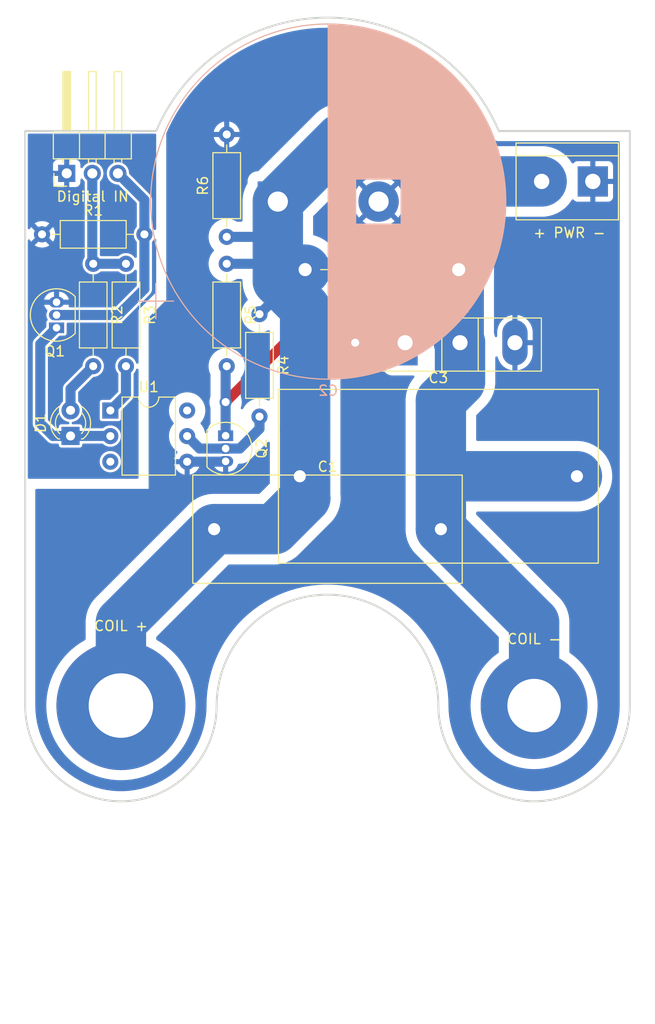
<source format=kicad_pcb>
(kicad_pcb (version 20211014) (generator pcbnew)
  (layers (0 "F.Cu" signal) (31 "B.Cu" signal) (34 "B.Paste" user) (35 "F.Paste" user) (36 "B.SilkS" user "B.Silkscreen") (37 "F.SilkS" user "F.Silkscreen") (38 "B.Mask" user) (39 "F.Mask" user) (44 "Edge.Cuts" user))
  (net 0 "")
  (net 1 "Net-(J1-Pad3)")
  (net 2 "+5VD")
  (net 3 "GNDD")
  (net 4 "Net-(R3-Pad2)")
  (net 5 "Net-(D1-Pad2)")
  (net 6 "Net-(Q2-Pad2)")
  (net 7 "+12V")
  (net 8 "GND")
  (net 9 "Net-(D1-Pad1)")
  (net 12 "Net-(C1-Pad2)")
  (net 13 "Net-(Q2-Pad1)")
  (footprint "Package_TO_SOT_THT:TO-92_Inline" (layer "F.Cu") (at 123.11 87.52 90)
    (fp_text reference "Q1" (at -2.33 -0.16) (layer "F.SilkS"))
    (fp_text value "BS170")
    (pad "1" thru_hole rect (at 0 0 90) (size 1.05 1.5) (drill 0.75) (layers *.Cu *.Mask) (net 9 "Net-(D1-Pad1)"))
    (pad "2" thru_hole oval (at 1.27 0 90) (size 1.05 1.5) (drill 0.75) (layers *.Cu *.Mask) (net 1 "Net-(J1-Pad3)"))
    (pad "3" thru_hole oval (at 2.54 0 90) (size 1.05 1.5) (drill 0.75) (layers *.Cu *.Mask) (net 3 "GNDD"))
  )
  (footprint "Diode_THT:D_DO-201_P15.24mm_Horizontal" (layer "F.Cu") (at 163.02 81.75 180)
    (fp_text reference "D2" (at 7.72 3.5) (layer "F.SilkS"))
    (fp_text value "1.5KE440CA")
    (fp_text user "K" (at 0 -2.3) (layer "F.SilkS"))
    (pad "1" thru_hole rect (at 0 0 180) (size 2.6 2.6) (drill 1.3) (layers *.Cu *.Mask) (net 12 "Net-(C1-Pad2)"))
    (pad "2" thru_hole oval (at 15.24 0 180) (size 2.6 2.6) (drill 1.3) (layers *.Cu *.Mask) (net 7 "+12V"))
  )
  (footprint "Capacitor_THT:C_Rect_L31.5mm_W17.0mm_P27.50mm_MKS4" (layer "F.Cu") (at 147.25 102.25)
    (fp_text reference "C3" (at 13.75 -9.75) (layer "F.SilkS"))
    (fp_text value "4.7u 630V")
    (pad "1" thru_hole circle (at 0 0) (size 2.4 2.4) (drill 1.2) (layers *.Cu *.Mask) (net 7 "+12V"))
    (pad "2" thru_hole circle (at 27.5 0) (size 2.4 2.4) (drill 1.2) (layers *.Cu *.Mask) (net 12 "Net-(C1-Pad2)"))
  )
  (footprint "Package_TO_SOT_THT:TO-247-3_Vertical" (layer "F.Cu") (at 157.7 89)
    (fp_text reference "Q3" (at 5.45 -3.45) (layer "F.SilkS"))
    (fp_text value "IRFP460PBF")
    (pad "1" thru_hole rect (at 0 0) (size 2.5 4.5) (drill 1.5) (layers *.Cu *.Mask) (net 13 "Net-(Q2-Pad1)"))
    (pad "2" thru_hole oval (at 5.45 0) (size 2.5 4.5) (drill 1.5) (layers *.Cu *.Mask) (net 12 "Net-(C1-Pad2)"))
    (pad "3" thru_hole oval (at 10.9 0) (size 2.5 4.5) (drill 1.5) (layers *.Cu *.Mask) (net 8 "GND"))
  )
  (footprint "Resistor_THT:R_Axial_DIN0207_L6.3mm_D2.5mm_P10.16mm_Horizontal" (layer "F.Cu") (at 140 78.5 90)
    (fp_text reference "R6" (at 5.08 -2.37 90) (layer "F.SilkS"))
    (fp_text value "2.2k")
    (pad "1" thru_hole circle (at 0 0 90) (size 1.6 1.6) (drill 0.8) (layers *.Cu *.Mask) (net 7 "+12V"))
    (pad "2" thru_hole oval (at 10.16 0 90) (size 1.6 1.6) (drill 0.8) (layers *.Cu *.Mask) (net 8 "GND"))
  )
  (footprint "TerminalBlock:TerminalBlock_bornier-2_P5.08mm" (layer "F.Cu") (at 176.33 73 180)
    (fp_text reference "J4" hide)
    (fp_text value "12V IN")
    (fp_text user "+ PWR -" (at 2.33 -5.1 unlocked) (layer "F.SilkS"))
    (pad "1" thru_hole rect (at 0 0 180) (size 3 3) (drill 1.52) (layers *.Cu *.Mask) (net 8 "GND"))
    (pad "2" thru_hole circle (at 5.08 0 180) (size 3 3) (drill 1.52) (layers *.Cu *.Mask) (net 7 "+12V"))
  )
  (footprint "Resistor_THT:R_Axial_DIN0207_L6.3mm_D2.5mm_P10.16mm_Horizontal" (layer "F.Cu") (at 126.75 81.17 -90)
    (fp_text reference "R2" (at 5.08 -2.37 90) (layer "F.SilkS"))
    (fp_text value "220")
    (pad "1" thru_hole circle (at 0 0 270) (size 1.6 1.6) (drill 0.8) (layers *.Cu *.Mask) (net 2 "+5VD"))
    (pad "2" thru_hole oval (at 10.16 0 270) (size 1.6 1.6) (drill 0.8) (layers *.Cu *.Mask) (net 5 "Net-(D1-Pad2)"))
  )
  (footprint "Resistor_THT:R_Axial_DIN0207_L6.3mm_D2.5mm_P10.16mm_Horizontal" (layer "F.Cu") (at 130 81.17 -90)
    (fp_text reference "R3" (at 5.08 -2.37 90) (layer "F.SilkS"))
    (fp_text value "330")
    (pad "1" thru_hole circle (at 0 0 270) (size 1.6 1.6) (drill 0.8) (layers *.Cu *.Mask) (net 2 "+5VD"))
    (pad "2" thru_hole oval (at 10.16 0 270) (size 1.6 1.6) (drill 0.8) (layers *.Cu *.Mask) (net 4 "Net-(R3-Pad2)"))
  )
  (footprint "Package_DIP:DIP-6_W7.62mm" (layer "F.Cu") (at 128.45 95.725)
    (fp_text reference "U1" (at 3.81 -2.33) (layer "F.SilkS"))
    (fp_text value "4N28")
    (pad "1" thru_hole rect (at 0 0) (size 1.6 1.6) (drill 0.8) (layers *.Cu *.Mask) (net 4 "Net-(R3-Pad2)"))
    (pad "2" thru_hole oval (at 0 2.54) (size 1.6 1.6) (drill 0.8) (layers *.Cu *.Mask) (net 9 "Net-(D1-Pad1)"))
    (pad "3" thru_hole oval (at 0 5.08) (size 1.6 1.6) (drill 0.8) (layers *.Cu *.Mask))
    (pad "4" thru_hole oval (at 7.62 5.08) (size 1.6 1.6) (drill 0.8) (layers *.Cu *.Mask) (net 8 "GND"))
    (pad "5" thru_hole oval (at 7.62 2.54) (size 1.6 1.6) (drill 0.8) (layers *.Cu *.Mask) (net 6 "Net-(Q2-Pad2)"))
    (pad "6" thru_hole oval (at 7.62 0) (size 1.6 1.6) (drill 0.8) (layers *.Cu *.Mask))
  )
  (footprint "Resistor_THT:R_Axial_DIN0207_L6.3mm_D2.5mm_P10.16mm_Horizontal" (layer "F.Cu") (at 143.25 86.17 -90)
    (fp_text reference "R4" (at 5.08 -2.37 90) (layer "F.SilkS"))
    (fp_text value "1k")
    (pad "1" thru_hole circle (at 0 0 270) (size 1.6 1.6) (drill 0.8) (layers *.Cu *.Mask) (net 7 "+12V"))
    (pad "2" thru_hole oval (at 10.16 0 270) (size 1.6 1.6) (drill 0.8) (layers *.Cu *.Mask) (net 6 "Net-(Q2-Pad2)"))
  )
  (footprint "Package_TO_SOT_THT:TO-92_Inline" (layer "F.Cu") (at 139.89 98.23 -90)
    (fp_text reference "Q2" (at 1.27 -3.56 90) (layer "F.SilkS"))
    (fp_text value "BS170")
    (pad "1" thru_hole rect (at 0 0 270) (size 1.05 1.5) (drill 0.75) (layers *.Cu *.Mask) (net 13 "Net-(Q2-Pad1)"))
    (pad "2" thru_hole oval (at 1.27 0 270) (size 1.05 1.5) (drill 0.75) (layers *.Cu *.Mask) (net 6 "Net-(Q2-Pad2)"))
    (pad "3" thru_hole oval (at 2.54 0 270) (size 1.05 1.5) (drill 0.75) (layers *.Cu *.Mask) (net 8 "GND"))
  )
  (footprint "LED_THT:LED_D3.0mm" (layer "F.Cu") (at 124.5 98.25 90)
    (fp_text reference "D1" (at 1.27 -2.96 90) (layer "F.SilkS"))
    (fp_text value "LED")
    (pad "1" thru_hole rect (at 0 0 90) (size 1.8 1.8) (drill 0.9) (layers *.Cu *.Mask) (net 9 "Net-(D1-Pad1)"))
    (pad "2" thru_hole circle (at 2.54 0 90) (size 1.8 1.8) (drill 0.9) (layers *.Cu *.Mask) (net 5 "Net-(D1-Pad2)"))
  )
  (footprint "Resistor_THT:R_Axial_DIN0207_L6.3mm_D2.5mm_P10.16mm_Horizontal" (layer "F.Cu") (at 140 81.17 -90)
    (fp_text reference "R5" (at 5.08 -2.37 90) (layer "F.SilkS"))
    (fp_text value "2.2k")
    (pad "1" thru_hole circle (at 0 0 270) (size 1.6 1.6) (drill 0.8) (layers *.Cu *.Mask) (net 7 "+12V"))
    (pad "2" thru_hole oval (at 10.16 0 270) (size 1.6 1.6) (drill 0.8) (layers *.Cu *.Mask) (net 13 "Net-(Q2-Pad1)"))
  )
  (footprint "MountingHole:MountingHole_5.3mm_M5_Pad" (layer "F.Cu") (at 170.5 125)
    (fp_text reference "J3" hide)
    (fp_text value "Coil-")
    (fp_text user "COIL -" (at 0 -6.6 unlocked) (layer "F.SilkS"))
    (pad "1" thru_hole circle (at 0 0) (size 10.6 10.6) (drill 5.3) (layers *.Cu *.Mask) (net 12 "Net-(C1-Pad2)"))
  )
  (footprint "MountingHole:MountingHole_6.4mm_M6_Pad" (layer "F.Cu") (at 129.5 125)
    (fp_text reference "J2" hide)
    (fp_text value "Coil+")
    (fp_text user "COIL +" (at 0 -7.9 unlocked) (layer "F.SilkS"))
    (pad "1" thru_hole circle (at 0 0) (size 12.8 12.8) (drill 6.4) (layers *.Cu *.Mask) (net 7 "+12V"))
  )
  (footprint "Capacitor_THT:C_Rect_L26.5mm_W10.5mm_P22.50mm_MKS4" (layer "F.Cu") (at 138.75 107.5)
    (fp_text reference "C1" (at 11.25 -6.2) (layer "F.SilkS"))
    (fp_text value "0.47u 630V")
    (pad "1" thru_hole circle (at 0 0) (size 2.4 2.4) (drill 1.2) (layers *.Cu *.Mask) (net 7 "+12V"))
    (pad "2" thru_hole circle (at 22.5 0) (size 2.4 2.4) (drill 1.2) (layers *.Cu *.Mask) (net 12 "Net-(C1-Pad2)"))
  )
  (footprint "Resistor_THT:R_Axial_DIN0207_L6.3mm_D2.5mm_P10.16mm_Horizontal" (layer "F.Cu") (at 121.67 78.25)
    (fp_text reference "R1" (at 5.08 -2.37) (layer "F.SilkS"))
    (fp_text value "1k")
    (pad "1" thru_hole circle (at 0 0) (size 1.6 1.6) (drill 0.8) (layers *.Cu *.Mask) (net 3 "GNDD"))
    (pad "2" thru_hole oval (at 10.16 0) (size 1.6 1.6) (drill 0.8) (layers *.Cu *.Mask) (net 1 "Net-(J1-Pad3)"))
  )
  (footprint "Connector_PinHeader_2.54mm:PinHeader_1x03_P2.54mm_Horizontal" (layer "F.Cu") (at 124.12 72.2 90)
    (fp_text reference "J1" hide)
    (fp_text value "PWM")
    (fp_text user "Digital IN" (at -2.3 2.58 unlocked) (layer "F.SilkS"))
    (pad "1" thru_hole rect (at 0 0 90) (size 1.7 1.7) (drill 1) (layers *.Cu *.Mask) (net 3 "GNDD"))
    (pad "2" thru_hole oval (at 0 2.54 90) (size 1.7 1.7) (drill 1) (layers *.Cu *.Mask) (net 2 "+5VD"))
    (pad "3" thru_hole oval (at 0 5.08 90) (size 1.7 1.7) (drill 1) (layers *.Cu *.Mask) (net 1 "Net-(J1-Pad3)"))
  )
  (footprint "Capacitor_THT:CP_Radial_D35.0mm_P10.00mm_SnapIn" (layer "B.Cu") (at 145.069501 75)
    (fp_text reference "C2" (at 5 18.75) (layer "B.SilkS") (effects (justify mirror)))
    (fp_text value "47000u")
    (pad "1" thru_hole rect (at 0 0) (size 4 4) (drill 2) (layers *.Cu *.Mask) (net 7 "+12V"))
    (pad "2" thru_hole circle (at 10 0) (size 4 4) (drill 2) (layers *.Cu *.Mask) (net 8 "GND"))
  )
  (gr_arc (start 139 125) (mid 150 114) (end 161 125) (layer "Edge.Cuts") (width 0.2))
  (gr_arc (start 133 68) (mid 150 56.747946) (end 167 68) (layer "Edge.Cuts") (width 0.2))
  (gr_arc (start 180 125) (mid 170.5 134.5) (end 161 125) (layer "Edge.Cuts") (width 0.2))
  (gr_line (start 120 125) (end 120 68) (layer "Edge.Cuts") (width 0.2))
  (gr_arc (start 139 125) (mid 129.5 134.5) (end 120 125) (layer "Edge.Cuts") (width 0.2))
  (gr_line (start 180 125) (end 180 68) (layer "Edge.Cuts") (width 0.2))
  (gr_line (start 133 68) (end 120 68) (layer "Edge.Cuts") (width 0.2))
  (gr_line (start 167 68) (end 180 68) (layer "Edge.Cuts") (width 0.2))
  (segment (start 131.83 78.25) (end 131.83 74.83) (width 1) (layer "B.Cu") (net 1))
  (segment (start 131.83 83.67) (end 131.83 78.25) (width 1) (layer "B.Cu") (net 1))
  (segment (start 123.11 86.25) (end 129.25 86.25) (width 1) (layer "B.Cu") (net 1))
  (segment (start 129.25 86.25) (end 131.83 83.67) (width 1) (layer "B.Cu") (net 1))
  (segment (start 131.83 74.83) (end 129.2 72.2) (width 1) (layer "B.Cu") (net 1))
  (segment (start 126.75 81.17) (end 130 81.17) (width 1) (layer "B.Cu") (net 2))
  (segment (start 126.66 81.08) (end 126.75 81.17) (width 1) (layer "B.Cu") (net 2))
  (segment (start 126.66 72.2) (end 126.66 81.08) (width 1) (layer "B.Cu") (net 2))
  (segment (start 130 91.33) (end 130 94.175) (width 1) (layer "B.Cu") (net 4))
  (segment (start 130 94.175) (end 128.45 95.725) (width 1) (layer "B.Cu") (net 4))
  (segment (start 124.5 95.71) (end 124.5 93.58) (width 1) (layer "B.Cu") (net 5))
  (segment (start 124.5 93.58) (end 126.75 91.33) (width 1) (layer "B.Cu") (net 5))
  (segment (start 137.305 99.5) (end 139.89 99.5) (width 1) (layer "B.Cu") (net 6))
  (segment (start 143.25 97.544022) (end 143.25 96.33) (width 1) (layer "B.Cu") (net 6))
  (segment (start 141.294022 99.5) (end 143.25 97.544022) (width 1) (layer "B.Cu") (net 6))
  (segment (start 139.89 99.5) (end 141.294022 99.5) (width 1) (layer "B.Cu") (net 6))
  (segment (start 136.07 98.265) (end 137.305 99.5) (width 1) (layer "B.Cu") (net 6))
  (segment (start 171.25 73) (end 163.4 73) (width 5) (layer "B.Cu") (net 7))
  (segment (start 143.37 81.17) (end 145.069501 82.869501) (width 1) (layer "B.Cu") (net 7))
  (segment (start 163.4 73) (end 159.2 68.8) (width 5) (layer "B.Cu") (net 7))
  (segment (start 146.595 96.415) (end 147.78 97.6) (width 2) (layer "B.Cu") (net 7))
  (segment (start 144.989501 74.92) (end 145.069501 75) (width 1) (layer "B.Cu") (net 7))
  (segment (start 144.7 107.5) (end 138.75 107.5) (width 5) (layer "B.Cu") (net 7))
  (segment (start 147.78 85.58) (end 147.78 97.6) (width 5) (layer "B.Cu") (net 7))
  (segment (start 145.069501 75) (end 145.069501 76.430499) (width 5) (layer "B.Cu") (net 7))
  (segment (start 147.78 104.38) (end 147.78 97.6) (width 5) (layer "B.Cu") (net 7))
  (segment (start 145.069501 76.430499) (end 145.069501 82.869501) (width 5) (layer "B.Cu") (net 7))
  (segment (start 129.5 116.75) (end 138.75 107.5) (width 5) (layer "B.Cu") (net 7))
  (segment (start 143 78.5) (end 145.069501 76.430499) (width 1) (layer "B.Cu") (net 7))
  (segment (start 147.78 81.75) (end 146.189002 81.75) (width 5) (layer "B.Cu") (net 7))
  (segment (start 145.069501 82.869501) (end 146.1 83.9) (width 5) (layer "B.Cu") (net 7))
  (segment (start 143.25 86.17) (end 145.52 83.9) (width 1) (layer "B.Cu") (net 7))
  (segment (start 146.189002 81.75) (end 145.069501 82.869501) (width 5) (layer "B.Cu") (net 7))
  (segment (start 147.8 104.4) (end 147.78 104.38) (width 5) (layer "B.Cu") (net 7))
  (segment (start 145.52 83.9) (end 146.1 83.9) (width 1) (layer "B.Cu") (net 7))
  (segment (start 146.1 83.9) (end 147.78 85.58) (width 5) (layer "B.Cu") (net 7))
  (segment (start 129.5 125) (end 129.5 116.75) (width 5) (layer "B.Cu") (net 7))
  (segment (start 144.7 107.5) (end 147.8 104.4) (width 5) (layer "B.Cu") (net 7))
  (segment (start 159.2 68.8) (end 151.269501 68.8) (width 5) (layer "B.Cu") (net 7))
  (segment (start 140 81.17) (end 143.37 81.17) (width 1) (layer "B.Cu") (net 7))
  (segment (start 151.269501 68.8) (end 145.069501 75) (width 5) (layer "B.Cu") (net 7))
  (segment (start 140 78.5) (end 143 78.5) (width 1) (layer "B.Cu") (net 7))
  (segment (start 139.855 100.805) (end 139.89 100.77) (width 1) (layer "B.Cu") (net 8))
  (segment (start 136.07 100.805) (end 139.855 100.805) (width 1) (layer "B.Cu") (net 8))
  (segment (start 121.5 97) (end 121.5 89.13) (width 1) (layer "B.Cu") (net 9))
  (segment (start 124.5 98.25) (end 122.75 98.25) (width 1) (layer "B.Cu") (net 9))
  (segment (start 128.435 98.25) (end 128.45 98.265) (width 1) (layer "B.Cu") (net 9))
  (segment (start 124.5 98.25) (end 128.435 98.25) (width 1) (layer "B.Cu") (net 9))
  (segment (start 122.75 98.25) (end 121.5 97) (width 1) (layer "B.Cu") (net 9))
  (segment (start 121.5 89.13) (end 123.11 87.52) (width 1) (layer "B.Cu") (net 9))
  (segment (start 161.25 102.25) (end 161.25 94.75) (width 5) (layer "B.Cu") (net 12))
  (segment (start 170.5 125) (end 170.5 116.75) (width 5) (layer "B.Cu") (net 12))
  (segment (start 170.5 116.75) (end 161.25 107.5) (width 5) (layer "B.Cu") (net 12))
  (segment (start 163.02 88.87) (end 163.15 89) (width 5) (layer "B.Cu") (net 12))
  (segment (start 163.02 81.75) (end 163.02 88.87) (width 5) (layer "B.Cu") (net 12))
  (segment (start 174.75 102.25) (end 161.25 102.25) (width 5) (layer "B.Cu") (net 12))
  (segment (start 161.25 94.75) (end 163.15 92.85) (width 5) (layer "B.Cu") (net 12))
  (segment (start 163.15 92.85) (end 163.15 89) (width 5) (layer "B.Cu") (net 12))
  (segment (start 161.25 107.5) (end 161.25 102.25) (width 5) (layer "B.Cu") (net 12))
  (segment (start 139.89 94.89) (end 145.78 89) (width 1) (layer "F.Cu") (net 13))
  (segment (start 145.78 89) (end 152.75 89) (width 1) (layer "F.Cu") (net 13))
  (via (at 152.75 89) (size 1.2) (drill 0.8) (layers "F.Cu" "B.Cu") (net 13))
  (via (at 139.89 94.89) (size 1.2) (drill 0.8) (layers "F.Cu" "B.Cu") (net 13))
  (segment (start 139.89 98.23) (end 139.89 91.44) (width 1) (layer "B.Cu") (net 13))
  (segment (start 139.89 91.44) (end 140 91.33) (width 1) (layer "B.Cu") (net 13))
  (segment (start 157.7 89) (end 152.75 89) (width 1) (layer "B.Cu") (net 13))
  (zone (net 8) (net_name "GND") (layer "B.Cu") (connect_pads (clearance 1)) (min_thickness 0.254) (fill yes (thermal_gap 0.508) (thermal_bridge_width 0.508))
    (polygon (pts (xy 182.5 137.5) (xy 117.5 137.25) (xy 117.5 103.5) (xy 132.25 103.5) (xy 132.25 86.5) (xy 134 84.75) (xy 134 55) (xy 182.5 55)))
  )
  (zone (net 3) (net_name "GNDD") (layer "B.Cu") (connect_pads (clearance 0.254)) (min_thickness 0.254) (fill yes (thermal_gap 0.508) (thermal_bridge_width 0.508))
    (polygon (pts (xy 133 84) (xy 131.25 85.75) (xy 131.25 102.5) (xy 117.5 102.5) (xy 117.5 67) (xy 133 67)))
  )
)
</source>
